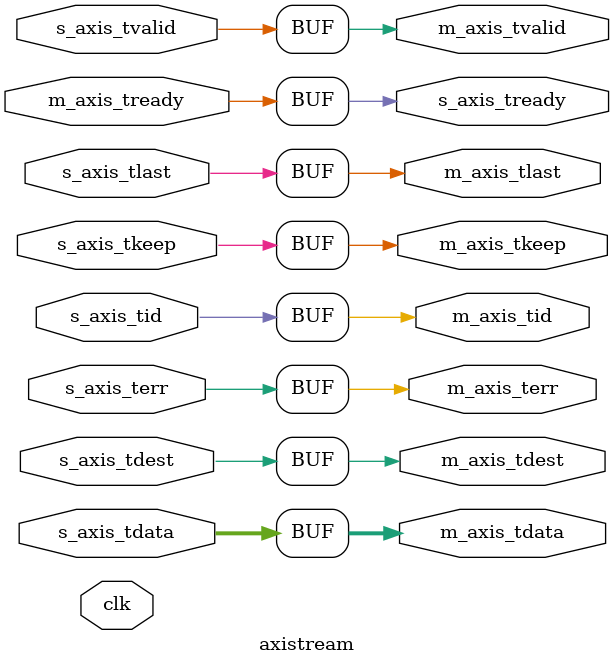
<source format=v>
`timescale 1ns/1ps

module axistream(
    input clk,

    // slave interface
    input s_axis_tvalid,
    output s_axis_tready,
    input s_axis_tid,
    input s_axis_tdest,
    input s_axis_tlast,
    input s_axis_tkeep,
    input s_axis_terr,
    input [7:0] s_axis_tdata,

    // master interface
    output m_axis_tvalid,
    input m_axis_tready,
    output m_axis_tid,
    output m_axis_tdest,
    output m_axis_tlast,
    output m_axis_tkeep,
    output m_axis_terr,
    output [7:0] m_axis_tdata
);

    // simple passthrough
    assign m_axis_tvalid = s_axis_tvalid;
    assign s_axis_tready = m_axis_tready;
    assign m_axis_tid = s_axis_tid;
    assign m_axis_tdest = s_axis_tdest;
    assign m_axis_tlast = s_axis_tlast;
    assign m_axis_tkeep = s_axis_tkeep;
    assign m_axis_terr = s_axis_terr;
    assign m_axis_tdata = s_axis_tdata;

    `ifdef COCOTB_SIM
    initial begin
        $dumpfile("dump.vcd");
        $dumpvars;
        #1;
    end
    `endif

endmodule

</source>
